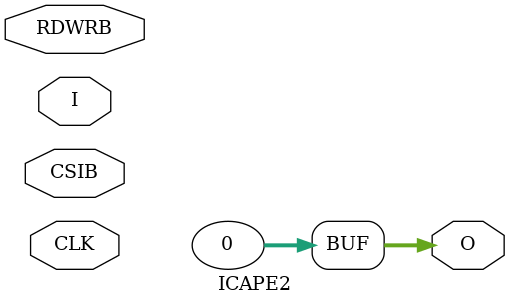
<source format=v>
module ICAPE2 (
  output wire [31:0] O,
  input wire CLK,
  input wire CSIB,
  input wire [31:0] I,
  input wire RDWRB
);

  wire unused = &{CLK, CSIB, I, RDWRB};

  assign O = 0;

endmodule


</source>
